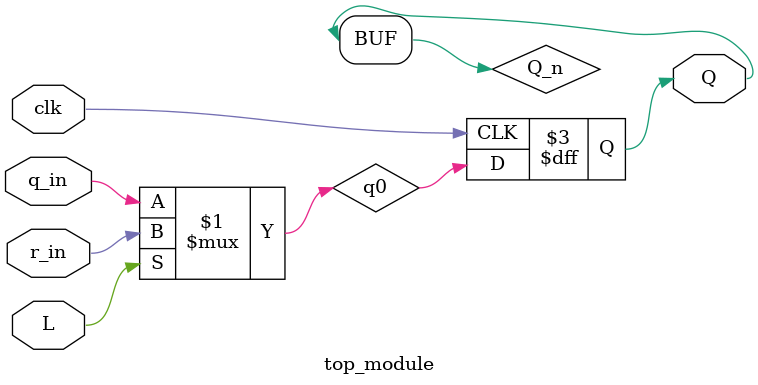
<source format=v>
module top_module (
	input clk,
	input L,
	input r_in,
	input q_in,
	output reg Q);
    wire Q_n;
    assign Q_n=Q;
    wire q0,q1,q1_xor;
    
  	assign q0= L ? r_in : q_in;
    always@(posedge clk)
        begin
            Q <= q0;
        end 
    
    

endmodule


</source>
